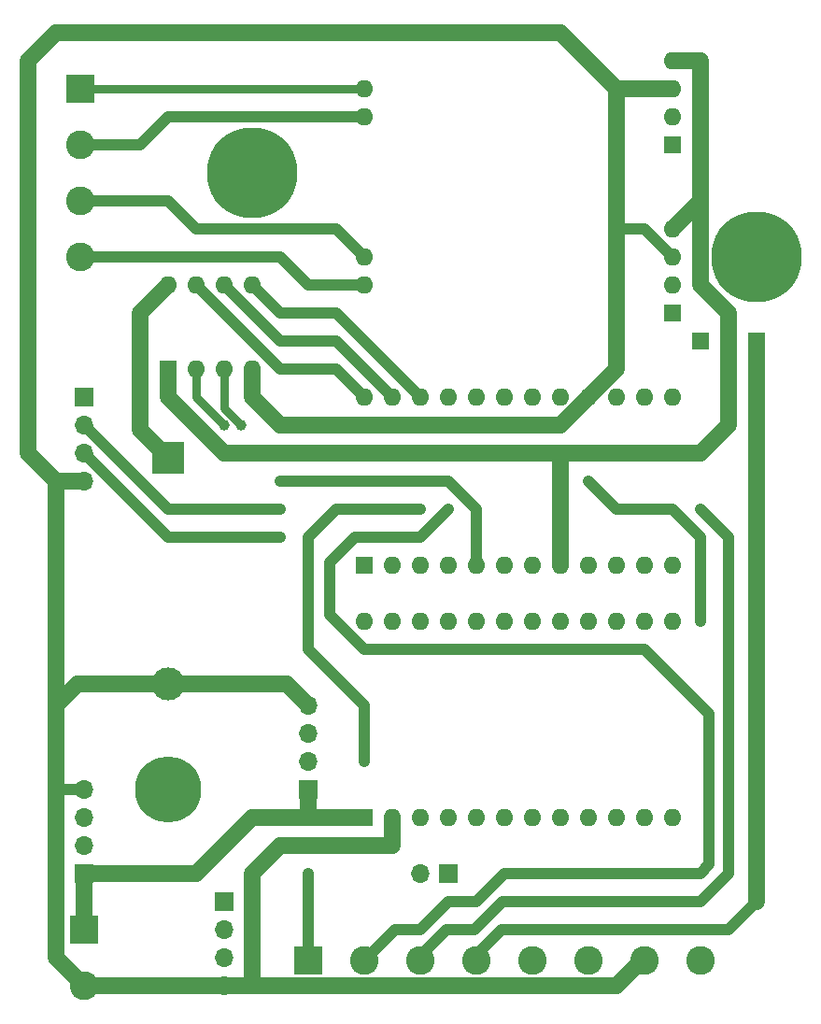
<source format=gbr>
%TF.GenerationSoftware,KiCad,Pcbnew,7.0.2-6a45011f42~172~ubuntu22.04.1*%
%TF.CreationDate,2023-05-07T23:21:13+04:00*%
%TF.ProjectId,PCB 1,50434220-312e-46b6-9963-61645f706362,rev?*%
%TF.SameCoordinates,Original*%
%TF.FileFunction,Copper,L1,Top*%
%TF.FilePolarity,Positive*%
%FSLAX46Y46*%
G04 Gerber Fmt 4.6, Leading zero omitted, Abs format (unit mm)*
G04 Created by KiCad (PCBNEW 7.0.2-6a45011f42~172~ubuntu22.04.1) date 2023-05-07 23:21:13*
%MOMM*%
%LPD*%
G01*
G04 APERTURE LIST*
%TA.AperFunction,NonConductor*%
%ADD10C,0.200000*%
%TD*%
%TA.AperFunction,ComponentPad*%
%ADD11O,1.600000X1.600000*%
%TD*%
%TA.AperFunction,ComponentPad*%
%ADD12R,2.600000X2.600000*%
%TD*%
%TA.AperFunction,ComponentPad*%
%ADD13C,2.600000*%
%TD*%
%TA.AperFunction,ComponentPad*%
%ADD14R,1.700000X1.700000*%
%TD*%
%TA.AperFunction,ComponentPad*%
%ADD15O,1.700000X1.700000*%
%TD*%
%TA.AperFunction,ComponentPad*%
%ADD16R,1.600000X1.600000*%
%TD*%
%TA.AperFunction,ComponentPad*%
%ADD17C,1.000000*%
%TD*%
%TA.AperFunction,ComponentPad*%
%ADD18R,3.000000X3.000000*%
%TD*%
%TA.AperFunction,ComponentPad*%
%ADD19C,3.000000*%
%TD*%
%TA.AperFunction,ViaPad*%
%ADD20C,0.800000*%
%TD*%
%TA.AperFunction,ViaPad*%
%ADD21C,8.200000*%
%TD*%
%TA.AperFunction,ViaPad*%
%ADD22C,6.000000*%
%TD*%
%TA.AperFunction,Conductor*%
%ADD23C,1.000000*%
%TD*%
%TA.AperFunction,Conductor*%
%ADD24C,1.500000*%
%TD*%
%TA.AperFunction,Conductor*%
%ADD25C,0.750000*%
%TD*%
G04 APERTURE END LIST*
D10*
X43180001Y-53340000D02*
G75*
G03*
X43180001Y-53340000I-1J0D01*
G01*
D11*
%TO.P,,3*%
%TO.N,N/C*%
X86360000Y-76200000D03*
%TD*%
%TO.P,,3*%
%TO.N,N/C*%
X66040000Y-76200000D03*
%TD*%
%TO.P,,5*%
%TO.N,N/C*%
X63500000Y-30480000D03*
%TD*%
%TO.P,,3*%
%TO.N,N/C*%
X73660000Y-76200000D03*
%TD*%
D12*
%TO.P,Power,1*%
%TO.N,N/C*%
X38100000Y-104140000D03*
D13*
%TO.P,Power,2*%
X38100000Y-109220000D03*
%TD*%
D11*
%TO.P,,3*%
%TO.N,N/C*%
X73660000Y-93980000D03*
%TD*%
D14*
%TO.P,Rele,1*%
%TO.N,N/C*%
X38100000Y-55880000D03*
D15*
%TO.P,Rele,2*%
X38100000Y-58420000D03*
%TO.P,Rele,3*%
X38100000Y-60960000D03*
%TO.P,Rele,4*%
X38100000Y-63500000D03*
%TD*%
D11*
%TO.P,,3*%
%TO.N,N/C*%
X83820000Y-76200000D03*
%TD*%
%TO.P,,3*%
%TO.N,N/C*%
X66040000Y-93980000D03*
%TD*%
D16*
%TO.P,,1*%
%TO.N,N/C*%
X91440000Y-33020000D03*
%TD*%
D11*
%TO.P,,3*%
%TO.N,N/C*%
X63500000Y-76200000D03*
%TD*%
%TO.P,,3*%
%TO.N,N/C*%
X76200000Y-93980000D03*
%TD*%
%TO.P,,3*%
%TO.N,N/C*%
X71120000Y-76200000D03*
%TD*%
%TO.P,,3*%
%TO.N,N/C*%
X76200000Y-76200000D03*
%TD*%
D16*
%TO.P,,1*%
%TO.N,N/C*%
X93980000Y-50800000D03*
%TD*%
D11*
%TO.P,,5*%
%TO.N,N/C*%
X63500000Y-45720000D03*
%TD*%
%TO.P,,3*%
%TO.N,N/C*%
X91440000Y-43180000D03*
%TD*%
%TO.P,,3*%
%TO.N,N/C*%
X68580000Y-93980000D03*
%TD*%
D12*
%TO.P,Sensors,1*%
%TO.N,N/C*%
X37795000Y-27940000D03*
D13*
%TO.P,Sensors,2*%
X37795000Y-33020000D03*
%TO.P,Sensors,3*%
X37795000Y-38100000D03*
%TO.P,Sensors,4*%
X37795000Y-43180000D03*
%TD*%
D11*
%TO.P,,2*%
%TO.N,N/C*%
X91440000Y-45720000D03*
%TD*%
%TO.P,,3*%
%TO.N,N/C*%
X91440000Y-27940000D03*
%TD*%
%TO.P,,3*%
%TO.N,N/C*%
X71120000Y-93980000D03*
%TD*%
D16*
%TO.P,,1*%
%TO.N,N/C*%
X63500000Y-93980000D03*
%TD*%
D11*
%TO.P,,3*%
%TO.N,N/C*%
X88900000Y-76200000D03*
%TD*%
%TO.P,,3*%
%TO.N,N/C*%
X91440000Y-76200000D03*
%TD*%
D14*
%TO.P,BMP 180 Outside,1*%
%TO.N,N/C*%
X58420000Y-91440000D03*
D15*
%TO.P,BMP 180 Outside,2*%
X58420000Y-88900000D03*
%TO.P,BMP 180 Outside,3*%
X58420000Y-86360000D03*
%TO.P,BMP 180 Outside,4*%
X58420000Y-83820000D03*
%TD*%
D14*
%TO.P,BMP 180 Inside,1*%
%TO.N,N/C*%
X50800000Y-101600000D03*
D15*
%TO.P,BMP 180 Inside,2*%
X50800000Y-104140000D03*
%TO.P,BMP 180 Inside,3*%
X50800000Y-106680000D03*
%TO.P,BMP 180 Inside,4*%
X50800000Y-109220000D03*
%TD*%
D11*
%TO.P,,3*%
%TO.N,N/C*%
X81280000Y-76200000D03*
%TD*%
D16*
%TO.P,Arduino pro mini,1*%
%TO.N,N/C*%
X63500000Y-71125000D03*
D11*
%TO.P,Arduino pro mini,2*%
X66040000Y-71125000D03*
%TO.P,Arduino pro mini,3*%
X68580000Y-71125000D03*
%TO.P,Arduino pro mini,4*%
X71120000Y-71125000D03*
%TO.P,Arduino pro mini,5*%
X73660000Y-71125000D03*
%TO.P,Arduino pro mini,6*%
X76200000Y-71125000D03*
%TO.P,Arduino pro mini,7*%
X78740000Y-71125000D03*
%TO.P,Arduino pro mini,8*%
X81280000Y-71125000D03*
%TO.P,Arduino pro mini,9*%
X83820000Y-71125000D03*
%TO.P,Arduino pro mini,10*%
X86360000Y-71125000D03*
%TO.P,Arduino pro mini,11*%
X88900000Y-71125000D03*
%TO.P,Arduino pro mini,12*%
X91440000Y-71125000D03*
%TO.P,Arduino pro mini,13*%
X91440000Y-55885000D03*
%TO.P,Arduino pro mini,14*%
X88900000Y-55885000D03*
%TO.P,Arduino pro mini,15*%
X86360000Y-55885000D03*
%TO.P,Arduino pro mini,16*%
X83820000Y-55885000D03*
%TO.P,Arduino pro mini,17*%
X81280000Y-55885000D03*
%TO.P,Arduino pro mini,18*%
X78740000Y-55885000D03*
%TO.P,Arduino pro mini,19*%
X76200000Y-55885000D03*
%TO.P,Arduino pro mini,20*%
X73660000Y-55885000D03*
%TO.P,Arduino pro mini,21*%
X71120000Y-55885000D03*
%TO.P,Arduino pro mini,22*%
X68580000Y-55885000D03*
%TO.P,Arduino pro mini,23*%
X66040000Y-55885000D03*
%TO.P,Arduino pro mini,24*%
X63500000Y-55885000D03*
%TD*%
D12*
%TO.P,Buttons,1*%
%TO.N,N/C*%
X58420000Y-106985000D03*
D13*
%TO.P,Buttons,2*%
X63500000Y-106985000D03*
%TO.P,Buttons,3*%
X68580000Y-106985000D03*
%TO.P,Buttons,4*%
X73660000Y-106985000D03*
%TO.P,Buttons,5*%
X78740000Y-106985000D03*
%TO.P,Buttons,6*%
X83820000Y-106985000D03*
%TO.P,Buttons,7*%
X88900000Y-106985000D03*
%TO.P,Buttons,8*%
X93980000Y-106985000D03*
%TD*%
D11*
%TO.P,,3*%
%TO.N,N/C*%
X78740000Y-76200000D03*
%TD*%
%TO.P,,3*%
%TO.N,N/C*%
X78740000Y-93980000D03*
%TD*%
D17*
%TO.P,32.768KHz,1*%
%TO.N,N/C*%
X50800000Y-58420000D03*
%TO.P,32.768KHz,2*%
X52300000Y-58420000D03*
%TD*%
D11*
%TO.P,,3*%
%TO.N,N/C*%
X81280000Y-93980000D03*
%TD*%
D14*
%TO.P,I2C ,1*%
%TO.N,N/C*%
X71120000Y-99060000D03*
D15*
%TO.P,I2C ,2*%
X68580000Y-99060000D03*
%TD*%
D11*
%TO.P,,6*%
%TO.N,N/C*%
X63500000Y-27940000D03*
%TD*%
%TO.P,,3*%
%TO.N,N/C*%
X68580000Y-76200000D03*
%TD*%
%TO.P,,3*%
%TO.N,N/C*%
X88900000Y-93980000D03*
%TD*%
D18*
%TO.P,3.3V,1*%
%TO.N,N/C*%
X45720000Y-61407584D03*
D19*
%TO.P,3.3V,2*%
X45720000Y-81897584D03*
%TD*%
D14*
%TO.P,OLED,1*%
%TO.N,N/C*%
X38100000Y-99060000D03*
D15*
%TO.P,OLED,2*%
X38100000Y-96520000D03*
%TO.P,OLED,3*%
X38100000Y-93980000D03*
%TO.P,OLED,4*%
X38100000Y-91440000D03*
%TD*%
D11*
%TO.P,,4*%
%TO.N,N/C*%
X91440000Y-25400000D03*
%TD*%
%TO.P,,3*%
%TO.N,N/C*%
X86360000Y-93980000D03*
%TD*%
D16*
%TO.P,DS1302,1*%
%TO.N,N/C*%
X45720000Y-53340000D03*
D11*
%TO.P,DS1302,2*%
X48260000Y-53340000D03*
%TO.P,DS1302,3*%
X50800000Y-53340000D03*
%TO.P,DS1302,4*%
X53340000Y-53340000D03*
%TO.P,DS1302,5*%
X53340000Y-45720000D03*
%TO.P,DS1302,6*%
X50800000Y-45720000D03*
%TO.P,DS1302,7*%
X48260000Y-45720000D03*
%TO.P,DS1302,8*%
X45720000Y-45720000D03*
%TD*%
%TO.P,,3*%
%TO.N,N/C*%
X83820000Y-93980000D03*
%TD*%
%TO.P,,3*%
%TO.N,N/C*%
X91440000Y-93980000D03*
%TD*%
%TO.P,,2*%
%TO.N,N/C*%
X91440000Y-30480000D03*
%TD*%
D16*
%TO.P,,1*%
%TO.N,N/C*%
X99060000Y-50800000D03*
%TD*%
D11*
%TO.P,,6*%
%TO.N,N/C*%
X63500000Y-43180000D03*
%TD*%
D16*
%TO.P,,1*%
%TO.N,N/C*%
X91440000Y-48260000D03*
%TD*%
D11*
%TO.P,,4*%
%TO.N,N/C*%
X91440000Y-40640000D03*
%TD*%
D20*
%TO.N,*%
X55880000Y-66040000D03*
D21*
X53340000Y-35560000D03*
D22*
X45720000Y-91440000D03*
D20*
X55880000Y-63500000D03*
X93980000Y-66040000D03*
X63500000Y-88900000D03*
X93980000Y-76200000D03*
X55880000Y-68580000D03*
X68580000Y-66040000D03*
D21*
X99060000Y-43180000D03*
D20*
X83820000Y-63500000D03*
X58420000Y-99060000D03*
X71120000Y-66040000D03*
%TD*%
D23*
%TO.N,*%
X66345000Y-104140000D02*
X63500000Y-106985000D01*
D24*
X35560000Y-83820000D02*
X35560000Y-91440000D01*
X93980000Y-38100000D02*
X93980000Y-45720000D01*
D23*
X68580000Y-68580000D02*
X62708040Y-68580000D01*
X55880000Y-48260000D02*
X60960000Y-48260000D01*
X48260000Y-40640000D02*
X60960000Y-40640000D01*
X88900000Y-40640000D02*
X86360000Y-40640000D01*
D24*
X43180000Y-48260000D02*
X45720000Y-45720000D01*
D23*
X55880000Y-68580000D02*
X45720000Y-68580000D01*
D24*
X91440000Y-40640000D02*
X93980000Y-38100000D01*
D23*
X73500000Y-104140000D02*
X76040000Y-101600000D01*
D24*
X86360000Y-53340000D02*
X86360000Y-40640000D01*
D23*
X63500000Y-30480000D02*
X45720000Y-30480000D01*
X60960000Y-48260000D02*
X68580000Y-55880000D01*
D24*
X48260000Y-99060000D02*
X53340000Y-93980000D01*
X45720000Y-81897584D02*
X37482416Y-81897584D01*
D23*
X43180000Y-33020000D02*
X37795000Y-33020000D01*
D24*
X81280000Y-60960000D02*
X50800000Y-60960000D01*
D23*
X60400000Y-70888040D02*
X60400000Y-75640000D01*
X60400000Y-75640000D02*
X63500000Y-78740000D01*
D24*
X81280000Y-22860000D02*
X83820000Y-25400000D01*
X35560000Y-106680000D02*
X38100000Y-109220000D01*
X93980000Y-45720000D02*
X96520000Y-48260000D01*
X81280000Y-60960000D02*
X81280000Y-71125000D01*
X58420000Y-93980000D02*
X58420000Y-91440000D01*
X66040000Y-96520000D02*
X66040000Y-93980000D01*
D23*
X94780000Y-84620000D02*
X94780000Y-98260000D01*
D24*
X53340000Y-55880000D02*
X55880000Y-58420000D01*
D23*
X94780000Y-98260000D02*
X93980000Y-99060000D01*
X45720000Y-66040000D02*
X38100000Y-58420000D01*
D24*
X45720000Y-81897584D02*
X56497584Y-81897584D01*
D25*
X48260000Y-55880000D02*
X48260000Y-53340000D01*
D24*
X53340000Y-99060000D02*
X55880000Y-96520000D01*
D23*
X35560000Y-91440000D02*
X38100000Y-91440000D01*
X86360000Y-66040000D02*
X83820000Y-63500000D01*
X58420000Y-68580000D02*
X58420000Y-78740000D01*
X91440000Y-60965000D02*
X91440000Y-60960000D01*
D24*
X99060000Y-50800000D02*
X99060000Y-101600000D01*
X35560000Y-22860000D02*
X81280000Y-22860000D01*
D23*
X55880000Y-43180000D02*
X58420000Y-45720000D01*
D24*
X93980000Y-38100000D02*
X93980000Y-25400000D01*
D25*
X52300000Y-58420000D02*
X50800000Y-56920000D01*
D23*
X58420000Y-45720000D02*
X63500000Y-45720000D01*
X62708040Y-68580000D02*
X60400000Y-70888040D01*
X71120000Y-66040000D02*
X68580000Y-68580000D01*
X73660000Y-101600000D02*
X71120000Y-101600000D01*
D24*
X43180000Y-58867584D02*
X45720000Y-61407584D01*
D23*
X45102416Y-81280000D02*
X45720000Y-81897584D01*
X60960000Y-53340000D02*
X63500000Y-55880000D01*
X93980000Y-99060000D02*
X76200000Y-99060000D01*
X71120000Y-63500000D02*
X55880000Y-63500000D01*
D24*
X86360000Y-109220000D02*
X88900000Y-106680000D01*
D23*
X71120000Y-101600000D02*
X68580000Y-104140000D01*
D24*
X55880000Y-58420000D02*
X81280000Y-58420000D01*
D23*
X45720000Y-30480000D02*
X43180000Y-33020000D01*
X60960000Y-50800000D02*
X66040000Y-55880000D01*
D24*
X38100000Y-99060000D02*
X48260000Y-99060000D01*
D23*
X96520000Y-104140000D02*
X99060000Y-101600000D01*
X91440000Y-43180000D02*
X88900000Y-40640000D01*
D24*
X50800000Y-109220000D02*
X86360000Y-109220000D01*
D23*
X76040000Y-101600000D02*
X93980000Y-101600000D01*
D24*
X53340000Y-109220000D02*
X53340000Y-99060000D01*
D23*
X48260000Y-40640000D02*
X45720000Y-38100000D01*
D24*
X86360000Y-27940000D02*
X83820000Y-25400000D01*
D23*
X88900000Y-78740000D02*
X94780000Y-84620000D01*
D24*
X56497584Y-81897584D02*
X58420000Y-83820000D01*
X35560000Y-63500000D02*
X35560000Y-83820000D01*
X33020000Y-25400000D02*
X35560000Y-22860000D01*
X50800000Y-60960000D02*
X45720000Y-55880000D01*
D23*
X96520000Y-99060000D02*
X96520000Y-68580000D01*
X93980000Y-101600000D02*
X96520000Y-99060000D01*
D24*
X45720000Y-55880000D02*
X45720000Y-53340000D01*
D23*
X76200000Y-99060000D02*
X73660000Y-101600000D01*
D24*
X86360000Y-40640000D02*
X86360000Y-27940000D01*
D23*
X50800000Y-45720000D02*
X55880000Y-50800000D01*
X63500000Y-83820000D02*
X63500000Y-88900000D01*
X55880000Y-66040000D02*
X45720000Y-66040000D01*
X45720000Y-38100000D02*
X37795000Y-38100000D01*
X68580000Y-66040000D02*
X60960000Y-66040000D01*
D24*
X55880000Y-96520000D02*
X66040000Y-96520000D01*
X37482416Y-81897584D02*
X35560000Y-83820000D01*
D23*
X55880000Y-50800000D02*
X60960000Y-50800000D01*
D24*
X91440000Y-27940000D02*
X86360000Y-27940000D01*
D23*
X55880000Y-53340000D02*
X60960000Y-53340000D01*
D24*
X81285000Y-58420000D02*
X83820000Y-55885000D01*
D23*
X68580000Y-104140000D02*
X66345000Y-104140000D01*
X86360000Y-53345000D02*
X86360000Y-53340000D01*
D24*
X96520000Y-58420000D02*
X93980000Y-60960000D01*
D23*
X73660000Y-66040000D02*
X73660000Y-71125000D01*
D25*
X50800000Y-56920000D02*
X50800000Y-53340000D01*
D24*
X91440000Y-25400000D02*
X93980000Y-25400000D01*
X43180000Y-58867584D02*
X43180000Y-48260000D01*
D23*
X63500000Y-78740000D02*
X88900000Y-78740000D01*
X93980000Y-76200000D02*
X93980000Y-68580000D01*
D24*
X93980000Y-60960000D02*
X81280000Y-60960000D01*
D23*
X48260000Y-45720000D02*
X55880000Y-53340000D01*
X37795000Y-43180000D02*
X55880000Y-43180000D01*
X53340000Y-45720000D02*
X55880000Y-48260000D01*
D24*
X38100000Y-104140000D02*
X38100000Y-99060000D01*
X35560000Y-63500000D02*
X38100000Y-63500000D01*
X96520000Y-48260000D02*
X96520000Y-58420000D01*
X35560000Y-91440000D02*
X35560000Y-106680000D01*
X53340000Y-53340000D02*
X53340000Y-55880000D01*
D23*
X93980000Y-68580000D02*
X91440000Y-66040000D01*
D25*
X50800000Y-58420000D02*
X48260000Y-55880000D01*
D24*
X33020000Y-60960000D02*
X35560000Y-63500000D01*
D23*
X81280000Y-58420000D02*
X81285000Y-58420000D01*
X75960000Y-104140000D02*
X96520000Y-104140000D01*
X73660000Y-66040000D02*
X71120000Y-63500000D01*
X58420000Y-78740000D02*
X63500000Y-83820000D01*
X60960000Y-40640000D02*
X63500000Y-43180000D01*
X60960000Y-66040000D02*
X58420000Y-68580000D01*
X58420000Y-99060000D02*
X58420000Y-106985000D01*
X68420000Y-106680000D02*
X70960000Y-104140000D01*
X96520000Y-68580000D02*
X93980000Y-66040000D01*
D24*
X38100000Y-109220000D02*
X50800000Y-109220000D01*
X83820000Y-55885000D02*
X86360000Y-53345000D01*
D23*
X45720000Y-68580000D02*
X38100000Y-60960000D01*
D24*
X33020000Y-25400000D02*
X33020000Y-60960000D01*
D23*
X91440000Y-66040000D02*
X86360000Y-66040000D01*
D24*
X53340000Y-93980000D02*
X58420000Y-93980000D01*
D23*
X73420000Y-106680000D02*
X75960000Y-104140000D01*
D24*
X58420000Y-93980000D02*
X63500000Y-93980000D01*
D25*
X63500000Y-27940000D02*
X37795000Y-27940000D01*
D23*
X70960000Y-104140000D02*
X73500000Y-104140000D01*
%TD*%
M02*

</source>
